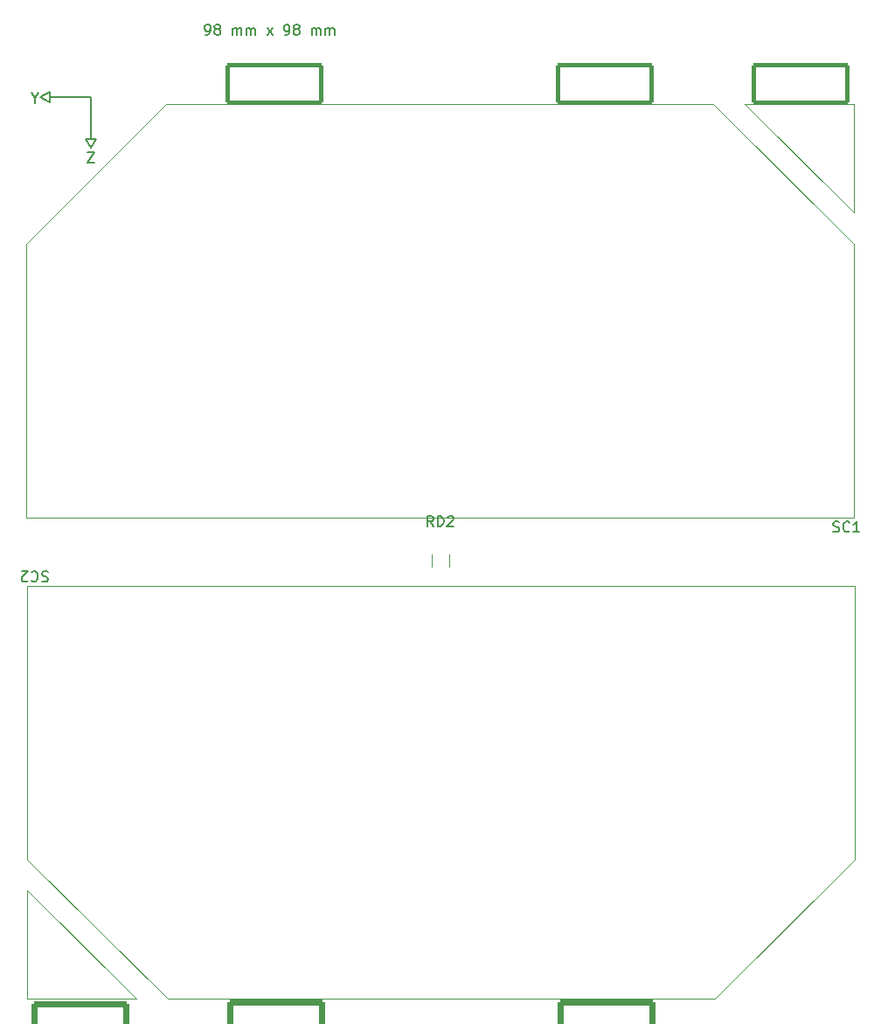
<source format=gto>
G04 #@! TF.GenerationSoftware,KiCad,Pcbnew,8.0.2*
G04 #@! TF.CreationDate,2024-08-20T08:17:01+02:00*
G04 #@! TF.ProjectId,STS1_SIDEPANEL,53545331-5f53-4494-9445-50414e454c2e,rev?*
G04 #@! TF.SameCoordinates,Original*
G04 #@! TF.FileFunction,Legend,Top*
G04 #@! TF.FilePolarity,Positive*
%FSLAX46Y46*%
G04 Gerber Fmt 4.6, Leading zero omitted, Abs format (unit mm)*
G04 Created by KiCad (PCBNEW 8.0.2) date 2024-08-20 08:17:01*
%MOMM*%
%LPD*%
G01*
G04 APERTURE LIST*
G04 Aperture macros list*
%AMRoundRect*
0 Rectangle with rounded corners*
0 $1 Rounding radius*
0 $2 $3 $4 $5 $6 $7 $8 $9 X,Y pos of 4 corners*
0 Add a 4 corners polygon primitive as box body*
4,1,4,$2,$3,$4,$5,$6,$7,$8,$9,$2,$3,0*
0 Add four circle primitives for the rounded corners*
1,1,$1+$1,$2,$3*
1,1,$1+$1,$4,$5*
1,1,$1+$1,$6,$7*
1,1,$1+$1,$8,$9*
0 Add four rect primitives between the rounded corners*
20,1,$1+$1,$2,$3,$4,$5,0*
20,1,$1+$1,$4,$5,$6,$7,0*
20,1,$1+$1,$6,$7,$8,$9,0*
20,1,$1+$1,$8,$9,$2,$3,0*%
%AMFreePoly0*
4,1,17,27.998779,14.255902,28.009846,14.246565,39.669846,2.866565,39.698571,2.811843,39.696113,2.795000,39.700000,2.795000,39.700000,-2.795000,-39.700000,-2.795000,-39.700000,2.795000,-39.695106,2.795000,-39.695106,2.825902,-39.669846,2.866565,-28.009846,14.246565,-27.954442,14.273952,-27.940000,14.275000,27.940000,14.275000,27.998779,14.255902,27.998779,14.255902,$1*%
G04 Aperture macros list end*
%ADD10C,0.150000*%
%ADD11C,0.120000*%
%ADD12C,6.000000*%
%ADD13FreePoly0,180.000000*%
%ADD14R,79.400000X20.475000*%
%ADD15RoundRect,0.300000X4.450000X2.700000X-4.450000X2.700000X-4.450000X-2.700000X4.450000X-2.700000X0*%
%ADD16FreePoly0,0.000000*%
%ADD17RoundRect,0.200000X-4.550000X-1.800000X4.550000X-1.800000X4.550000X1.800000X-4.550000X1.800000X0*%
%ADD18R,1.800000X1.500000*%
G04 APERTURE END LIST*
D10*
X87185944Y-44674900D02*
X91185944Y-44674900D01*
X91181944Y-49594300D02*
X91681844Y-48696700D01*
X86288344Y-44675000D02*
X87185944Y-44174900D01*
X87185944Y-44174900D02*
X87185944Y-44674900D01*
X91181944Y-49594300D02*
X90681844Y-48696700D01*
X87185944Y-44674900D02*
X87185944Y-45174900D01*
X86288344Y-44675000D02*
X87185944Y-45174900D01*
X90681844Y-48696700D02*
X91181844Y-48696700D01*
X91181844Y-48696700D02*
X91681844Y-48696700D01*
X91185944Y-48674900D02*
X91185944Y-44674900D01*
X85727088Y-44754528D02*
X85727088Y-45230719D01*
X85393755Y-44230719D02*
X85727088Y-44754528D01*
X85727088Y-44754528D02*
X86060421Y-44230719D01*
X102275714Y-38646819D02*
X102466190Y-38646819D01*
X102466190Y-38646819D02*
X102561428Y-38599200D01*
X102561428Y-38599200D02*
X102609047Y-38551580D01*
X102609047Y-38551580D02*
X102704285Y-38408723D01*
X102704285Y-38408723D02*
X102751904Y-38218247D01*
X102751904Y-38218247D02*
X102751904Y-37837295D01*
X102751904Y-37837295D02*
X102704285Y-37742057D01*
X102704285Y-37742057D02*
X102656666Y-37694438D01*
X102656666Y-37694438D02*
X102561428Y-37646819D01*
X102561428Y-37646819D02*
X102370952Y-37646819D01*
X102370952Y-37646819D02*
X102275714Y-37694438D01*
X102275714Y-37694438D02*
X102228095Y-37742057D01*
X102228095Y-37742057D02*
X102180476Y-37837295D01*
X102180476Y-37837295D02*
X102180476Y-38075390D01*
X102180476Y-38075390D02*
X102228095Y-38170628D01*
X102228095Y-38170628D02*
X102275714Y-38218247D01*
X102275714Y-38218247D02*
X102370952Y-38265866D01*
X102370952Y-38265866D02*
X102561428Y-38265866D01*
X102561428Y-38265866D02*
X102656666Y-38218247D01*
X102656666Y-38218247D02*
X102704285Y-38170628D01*
X102704285Y-38170628D02*
X102751904Y-38075390D01*
X103323333Y-38075390D02*
X103228095Y-38027771D01*
X103228095Y-38027771D02*
X103180476Y-37980152D01*
X103180476Y-37980152D02*
X103132857Y-37884914D01*
X103132857Y-37884914D02*
X103132857Y-37837295D01*
X103132857Y-37837295D02*
X103180476Y-37742057D01*
X103180476Y-37742057D02*
X103228095Y-37694438D01*
X103228095Y-37694438D02*
X103323333Y-37646819D01*
X103323333Y-37646819D02*
X103513809Y-37646819D01*
X103513809Y-37646819D02*
X103609047Y-37694438D01*
X103609047Y-37694438D02*
X103656666Y-37742057D01*
X103656666Y-37742057D02*
X103704285Y-37837295D01*
X103704285Y-37837295D02*
X103704285Y-37884914D01*
X103704285Y-37884914D02*
X103656666Y-37980152D01*
X103656666Y-37980152D02*
X103609047Y-38027771D01*
X103609047Y-38027771D02*
X103513809Y-38075390D01*
X103513809Y-38075390D02*
X103323333Y-38075390D01*
X103323333Y-38075390D02*
X103228095Y-38123009D01*
X103228095Y-38123009D02*
X103180476Y-38170628D01*
X103180476Y-38170628D02*
X103132857Y-38265866D01*
X103132857Y-38265866D02*
X103132857Y-38456342D01*
X103132857Y-38456342D02*
X103180476Y-38551580D01*
X103180476Y-38551580D02*
X103228095Y-38599200D01*
X103228095Y-38599200D02*
X103323333Y-38646819D01*
X103323333Y-38646819D02*
X103513809Y-38646819D01*
X103513809Y-38646819D02*
X103609047Y-38599200D01*
X103609047Y-38599200D02*
X103656666Y-38551580D01*
X103656666Y-38551580D02*
X103704285Y-38456342D01*
X103704285Y-38456342D02*
X103704285Y-38265866D01*
X103704285Y-38265866D02*
X103656666Y-38170628D01*
X103656666Y-38170628D02*
X103609047Y-38123009D01*
X103609047Y-38123009D02*
X103513809Y-38075390D01*
X104894762Y-38646819D02*
X104894762Y-37980152D01*
X104894762Y-38075390D02*
X104942381Y-38027771D01*
X104942381Y-38027771D02*
X105037619Y-37980152D01*
X105037619Y-37980152D02*
X105180476Y-37980152D01*
X105180476Y-37980152D02*
X105275714Y-38027771D01*
X105275714Y-38027771D02*
X105323333Y-38123009D01*
X105323333Y-38123009D02*
X105323333Y-38646819D01*
X105323333Y-38123009D02*
X105370952Y-38027771D01*
X105370952Y-38027771D02*
X105466190Y-37980152D01*
X105466190Y-37980152D02*
X105609047Y-37980152D01*
X105609047Y-37980152D02*
X105704286Y-38027771D01*
X105704286Y-38027771D02*
X105751905Y-38123009D01*
X105751905Y-38123009D02*
X105751905Y-38646819D01*
X106228095Y-38646819D02*
X106228095Y-37980152D01*
X106228095Y-38075390D02*
X106275714Y-38027771D01*
X106275714Y-38027771D02*
X106370952Y-37980152D01*
X106370952Y-37980152D02*
X106513809Y-37980152D01*
X106513809Y-37980152D02*
X106609047Y-38027771D01*
X106609047Y-38027771D02*
X106656666Y-38123009D01*
X106656666Y-38123009D02*
X106656666Y-38646819D01*
X106656666Y-38123009D02*
X106704285Y-38027771D01*
X106704285Y-38027771D02*
X106799523Y-37980152D01*
X106799523Y-37980152D02*
X106942380Y-37980152D01*
X106942380Y-37980152D02*
X107037619Y-38027771D01*
X107037619Y-38027771D02*
X107085238Y-38123009D01*
X107085238Y-38123009D02*
X107085238Y-38646819D01*
X108228095Y-38646819D02*
X108751904Y-37980152D01*
X108228095Y-37980152D02*
X108751904Y-38646819D01*
X109942381Y-38646819D02*
X110132857Y-38646819D01*
X110132857Y-38646819D02*
X110228095Y-38599200D01*
X110228095Y-38599200D02*
X110275714Y-38551580D01*
X110275714Y-38551580D02*
X110370952Y-38408723D01*
X110370952Y-38408723D02*
X110418571Y-38218247D01*
X110418571Y-38218247D02*
X110418571Y-37837295D01*
X110418571Y-37837295D02*
X110370952Y-37742057D01*
X110370952Y-37742057D02*
X110323333Y-37694438D01*
X110323333Y-37694438D02*
X110228095Y-37646819D01*
X110228095Y-37646819D02*
X110037619Y-37646819D01*
X110037619Y-37646819D02*
X109942381Y-37694438D01*
X109942381Y-37694438D02*
X109894762Y-37742057D01*
X109894762Y-37742057D02*
X109847143Y-37837295D01*
X109847143Y-37837295D02*
X109847143Y-38075390D01*
X109847143Y-38075390D02*
X109894762Y-38170628D01*
X109894762Y-38170628D02*
X109942381Y-38218247D01*
X109942381Y-38218247D02*
X110037619Y-38265866D01*
X110037619Y-38265866D02*
X110228095Y-38265866D01*
X110228095Y-38265866D02*
X110323333Y-38218247D01*
X110323333Y-38218247D02*
X110370952Y-38170628D01*
X110370952Y-38170628D02*
X110418571Y-38075390D01*
X110990000Y-38075390D02*
X110894762Y-38027771D01*
X110894762Y-38027771D02*
X110847143Y-37980152D01*
X110847143Y-37980152D02*
X110799524Y-37884914D01*
X110799524Y-37884914D02*
X110799524Y-37837295D01*
X110799524Y-37837295D02*
X110847143Y-37742057D01*
X110847143Y-37742057D02*
X110894762Y-37694438D01*
X110894762Y-37694438D02*
X110990000Y-37646819D01*
X110990000Y-37646819D02*
X111180476Y-37646819D01*
X111180476Y-37646819D02*
X111275714Y-37694438D01*
X111275714Y-37694438D02*
X111323333Y-37742057D01*
X111323333Y-37742057D02*
X111370952Y-37837295D01*
X111370952Y-37837295D02*
X111370952Y-37884914D01*
X111370952Y-37884914D02*
X111323333Y-37980152D01*
X111323333Y-37980152D02*
X111275714Y-38027771D01*
X111275714Y-38027771D02*
X111180476Y-38075390D01*
X111180476Y-38075390D02*
X110990000Y-38075390D01*
X110990000Y-38075390D02*
X110894762Y-38123009D01*
X110894762Y-38123009D02*
X110847143Y-38170628D01*
X110847143Y-38170628D02*
X110799524Y-38265866D01*
X110799524Y-38265866D02*
X110799524Y-38456342D01*
X110799524Y-38456342D02*
X110847143Y-38551580D01*
X110847143Y-38551580D02*
X110894762Y-38599200D01*
X110894762Y-38599200D02*
X110990000Y-38646819D01*
X110990000Y-38646819D02*
X111180476Y-38646819D01*
X111180476Y-38646819D02*
X111275714Y-38599200D01*
X111275714Y-38599200D02*
X111323333Y-38551580D01*
X111323333Y-38551580D02*
X111370952Y-38456342D01*
X111370952Y-38456342D02*
X111370952Y-38265866D01*
X111370952Y-38265866D02*
X111323333Y-38170628D01*
X111323333Y-38170628D02*
X111275714Y-38123009D01*
X111275714Y-38123009D02*
X111180476Y-38075390D01*
X112561429Y-38646819D02*
X112561429Y-37980152D01*
X112561429Y-38075390D02*
X112609048Y-38027771D01*
X112609048Y-38027771D02*
X112704286Y-37980152D01*
X112704286Y-37980152D02*
X112847143Y-37980152D01*
X112847143Y-37980152D02*
X112942381Y-38027771D01*
X112942381Y-38027771D02*
X112990000Y-38123009D01*
X112990000Y-38123009D02*
X112990000Y-38646819D01*
X112990000Y-38123009D02*
X113037619Y-38027771D01*
X113037619Y-38027771D02*
X113132857Y-37980152D01*
X113132857Y-37980152D02*
X113275714Y-37980152D01*
X113275714Y-37980152D02*
X113370953Y-38027771D01*
X113370953Y-38027771D02*
X113418572Y-38123009D01*
X113418572Y-38123009D02*
X113418572Y-38646819D01*
X113894762Y-38646819D02*
X113894762Y-37980152D01*
X113894762Y-38075390D02*
X113942381Y-38027771D01*
X113942381Y-38027771D02*
X114037619Y-37980152D01*
X114037619Y-37980152D02*
X114180476Y-37980152D01*
X114180476Y-37980152D02*
X114275714Y-38027771D01*
X114275714Y-38027771D02*
X114323333Y-38123009D01*
X114323333Y-38123009D02*
X114323333Y-38646819D01*
X114323333Y-38123009D02*
X114370952Y-38027771D01*
X114370952Y-38027771D02*
X114466190Y-37980152D01*
X114466190Y-37980152D02*
X114609047Y-37980152D01*
X114609047Y-37980152D02*
X114704286Y-38027771D01*
X114704286Y-38027771D02*
X114751905Y-38123009D01*
X114751905Y-38123009D02*
X114751905Y-38646819D01*
X90857936Y-49996519D02*
X91524602Y-49996519D01*
X91524602Y-49996519D02*
X90857936Y-50996519D01*
X90857936Y-50996519D02*
X91524602Y-50996519D01*
X86993504Y-90615200D02*
X86850647Y-90567580D01*
X86850647Y-90567580D02*
X86612552Y-90567580D01*
X86612552Y-90567580D02*
X86517314Y-90615200D01*
X86517314Y-90615200D02*
X86469695Y-90662819D01*
X86469695Y-90662819D02*
X86422076Y-90758057D01*
X86422076Y-90758057D02*
X86422076Y-90853295D01*
X86422076Y-90853295D02*
X86469695Y-90948533D01*
X86469695Y-90948533D02*
X86517314Y-90996152D01*
X86517314Y-90996152D02*
X86612552Y-91043771D01*
X86612552Y-91043771D02*
X86803028Y-91091390D01*
X86803028Y-91091390D02*
X86898266Y-91139009D01*
X86898266Y-91139009D02*
X86945885Y-91186628D01*
X86945885Y-91186628D02*
X86993504Y-91281866D01*
X86993504Y-91281866D02*
X86993504Y-91377104D01*
X86993504Y-91377104D02*
X86945885Y-91472342D01*
X86945885Y-91472342D02*
X86898266Y-91519961D01*
X86898266Y-91519961D02*
X86803028Y-91567580D01*
X86803028Y-91567580D02*
X86564933Y-91567580D01*
X86564933Y-91567580D02*
X86422076Y-91519961D01*
X85422076Y-90662819D02*
X85469695Y-90615200D01*
X85469695Y-90615200D02*
X85612552Y-90567580D01*
X85612552Y-90567580D02*
X85707790Y-90567580D01*
X85707790Y-90567580D02*
X85850647Y-90615200D01*
X85850647Y-90615200D02*
X85945885Y-90710438D01*
X85945885Y-90710438D02*
X85993504Y-90805676D01*
X85993504Y-90805676D02*
X86041123Y-90996152D01*
X86041123Y-90996152D02*
X86041123Y-91139009D01*
X86041123Y-91139009D02*
X85993504Y-91329485D01*
X85993504Y-91329485D02*
X85945885Y-91424723D01*
X85945885Y-91424723D02*
X85850647Y-91519961D01*
X85850647Y-91519961D02*
X85707790Y-91567580D01*
X85707790Y-91567580D02*
X85612552Y-91567580D01*
X85612552Y-91567580D02*
X85469695Y-91519961D01*
X85469695Y-91519961D02*
X85422076Y-91472342D01*
X85041123Y-91472342D02*
X84993504Y-91519961D01*
X84993504Y-91519961D02*
X84898266Y-91567580D01*
X84898266Y-91567580D02*
X84660171Y-91567580D01*
X84660171Y-91567580D02*
X84564933Y-91519961D01*
X84564933Y-91519961D02*
X84517314Y-91472342D01*
X84517314Y-91472342D02*
X84469695Y-91377104D01*
X84469695Y-91377104D02*
X84469695Y-91281866D01*
X84469695Y-91281866D02*
X84517314Y-91139009D01*
X84517314Y-91139009D02*
X85088742Y-90567580D01*
X85088742Y-90567580D02*
X84469695Y-90567580D01*
X163077895Y-86705200D02*
X163220752Y-86752819D01*
X163220752Y-86752819D02*
X163458847Y-86752819D01*
X163458847Y-86752819D02*
X163554085Y-86705200D01*
X163554085Y-86705200D02*
X163601704Y-86657580D01*
X163601704Y-86657580D02*
X163649323Y-86562342D01*
X163649323Y-86562342D02*
X163649323Y-86467104D01*
X163649323Y-86467104D02*
X163601704Y-86371866D01*
X163601704Y-86371866D02*
X163554085Y-86324247D01*
X163554085Y-86324247D02*
X163458847Y-86276628D01*
X163458847Y-86276628D02*
X163268371Y-86229009D01*
X163268371Y-86229009D02*
X163173133Y-86181390D01*
X163173133Y-86181390D02*
X163125514Y-86133771D01*
X163125514Y-86133771D02*
X163077895Y-86038533D01*
X163077895Y-86038533D02*
X163077895Y-85943295D01*
X163077895Y-85943295D02*
X163125514Y-85848057D01*
X163125514Y-85848057D02*
X163173133Y-85800438D01*
X163173133Y-85800438D02*
X163268371Y-85752819D01*
X163268371Y-85752819D02*
X163506466Y-85752819D01*
X163506466Y-85752819D02*
X163649323Y-85800438D01*
X164649323Y-86657580D02*
X164601704Y-86705200D01*
X164601704Y-86705200D02*
X164458847Y-86752819D01*
X164458847Y-86752819D02*
X164363609Y-86752819D01*
X164363609Y-86752819D02*
X164220752Y-86705200D01*
X164220752Y-86705200D02*
X164125514Y-86609961D01*
X164125514Y-86609961D02*
X164077895Y-86514723D01*
X164077895Y-86514723D02*
X164030276Y-86324247D01*
X164030276Y-86324247D02*
X164030276Y-86181390D01*
X164030276Y-86181390D02*
X164077895Y-85990914D01*
X164077895Y-85990914D02*
X164125514Y-85895676D01*
X164125514Y-85895676D02*
X164220752Y-85800438D01*
X164220752Y-85800438D02*
X164363609Y-85752819D01*
X164363609Y-85752819D02*
X164458847Y-85752819D01*
X164458847Y-85752819D02*
X164601704Y-85800438D01*
X164601704Y-85800438D02*
X164649323Y-85848057D01*
X165601704Y-86752819D02*
X165030276Y-86752819D01*
X165315990Y-86752819D02*
X165315990Y-85752819D01*
X165315990Y-85752819D02*
X165220752Y-85895676D01*
X165220752Y-85895676D02*
X165125514Y-85990914D01*
X165125514Y-85990914D02*
X165030276Y-86038533D01*
X124333333Y-86204819D02*
X124000000Y-85728628D01*
X123761905Y-86204819D02*
X123761905Y-85204819D01*
X123761905Y-85204819D02*
X124142857Y-85204819D01*
X124142857Y-85204819D02*
X124238095Y-85252438D01*
X124238095Y-85252438D02*
X124285714Y-85300057D01*
X124285714Y-85300057D02*
X124333333Y-85395295D01*
X124333333Y-85395295D02*
X124333333Y-85538152D01*
X124333333Y-85538152D02*
X124285714Y-85633390D01*
X124285714Y-85633390D02*
X124238095Y-85681009D01*
X124238095Y-85681009D02*
X124142857Y-85728628D01*
X124142857Y-85728628D02*
X123761905Y-85728628D01*
X124761905Y-86204819D02*
X124761905Y-85204819D01*
X124761905Y-85204819D02*
X125000000Y-85204819D01*
X125000000Y-85204819D02*
X125142857Y-85252438D01*
X125142857Y-85252438D02*
X125238095Y-85347676D01*
X125238095Y-85347676D02*
X125285714Y-85442914D01*
X125285714Y-85442914D02*
X125333333Y-85633390D01*
X125333333Y-85633390D02*
X125333333Y-85776247D01*
X125333333Y-85776247D02*
X125285714Y-85966723D01*
X125285714Y-85966723D02*
X125238095Y-86061961D01*
X125238095Y-86061961D02*
X125142857Y-86157200D01*
X125142857Y-86157200D02*
X125000000Y-86204819D01*
X125000000Y-86204819D02*
X124761905Y-86204819D01*
X125714286Y-85300057D02*
X125761905Y-85252438D01*
X125761905Y-85252438D02*
X125857143Y-85204819D01*
X125857143Y-85204819D02*
X126095238Y-85204819D01*
X126095238Y-85204819D02*
X126190476Y-85252438D01*
X126190476Y-85252438D02*
X126238095Y-85300057D01*
X126238095Y-85300057D02*
X126285714Y-85395295D01*
X126285714Y-85395295D02*
X126285714Y-85490533D01*
X126285714Y-85490533D02*
X126238095Y-85633390D01*
X126238095Y-85633390D02*
X125666667Y-86204819D01*
X125666667Y-86204819D02*
X126285714Y-86204819D01*
D11*
X165201600Y-118477400D02*
X151601600Y-131977400D01*
X165201600Y-91977400D02*
X165201600Y-118477400D01*
X151601600Y-131977400D02*
X98601600Y-131977400D01*
X98601600Y-131977400D02*
X85001600Y-118477400D01*
X95601600Y-131977400D02*
X85001600Y-121477400D01*
X85001600Y-131977400D02*
X95601600Y-131977400D01*
X85001600Y-121477400D02*
X85001600Y-131977400D01*
X85001600Y-118477400D02*
X85001600Y-91977400D01*
X85001600Y-91977400D02*
X165201600Y-91977400D01*
X84869800Y-58843000D02*
X98469800Y-45343000D01*
X84869800Y-85343000D02*
X84869800Y-58843000D01*
X98469800Y-45343000D02*
X151469800Y-45343000D01*
X151469800Y-45343000D02*
X165069800Y-58843000D01*
X154469800Y-45343000D02*
X165069800Y-55843000D01*
X165069800Y-45343000D02*
X154469800Y-45343000D01*
X165069800Y-55843000D02*
X165069800Y-45343000D01*
X165069800Y-58843000D02*
X165069800Y-85343000D01*
X165069800Y-85343000D02*
X84869800Y-85343000D01*
X125850000Y-88900000D02*
X125850000Y-90100000D01*
X124150000Y-90100000D02*
X124150000Y-88900000D01*
%LPC*%
D12*
X149101600Y-109977400D03*
D13*
X125101600Y-115582400D03*
D12*
X125101600Y-109977400D03*
D14*
X125101600Y-102549900D03*
D12*
X99101600Y-109977400D03*
D15*
X141101600Y-134977400D03*
X109101600Y-134977400D03*
X90176600Y-135177400D03*
D12*
X100969800Y-67343000D03*
D16*
X124969800Y-61738000D03*
D12*
X124969800Y-67343000D03*
D14*
X124969800Y-74770500D03*
D12*
X150969800Y-67343000D03*
D17*
X108969800Y-43343000D03*
X140969800Y-43343000D03*
X159894800Y-43343000D03*
D18*
X125000000Y-88000000D03*
X125000000Y-91000000D03*
%LPD*%
M02*

</source>
